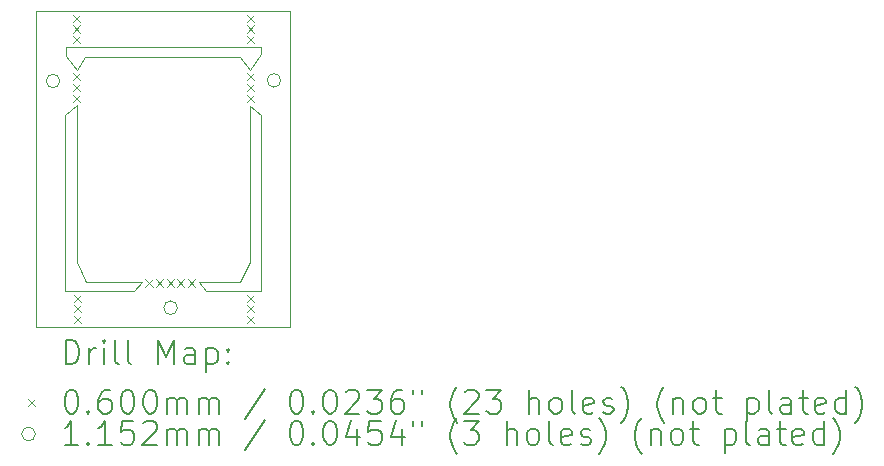
<source format=gbr>
%FSLAX45Y45*%
G04 Gerber Fmt 4.5, Leading zero omitted, Abs format (unit mm)*
G04 Created by KiCad (PCBNEW 6.0.2+dfsg-1) date 2024-05-15 15:08:56*
%MOMM*%
%LPD*%
G01*
G04 APERTURE LIST*
%TA.AperFunction,Profile*%
%ADD10C,0.100000*%
%TD*%
%ADD11C,0.200000*%
%ADD12C,0.060000*%
%ADD13C,0.115200*%
G04 APERTURE END LIST*
D10*
X12575000Y-9705000D02*
X12665000Y-9785000D01*
X12575000Y-11025000D02*
X12575000Y-9705000D01*
X11010000Y-9785000D02*
X11010000Y-11275000D01*
X11175000Y-9290000D02*
X11105000Y-9400000D01*
X10760000Y-11575000D02*
X12910000Y-11575000D01*
X12910000Y-11575000D02*
X12910000Y-8905000D01*
X12910000Y-8905000D02*
X10760000Y-8905000D01*
X10760000Y-8905000D02*
X10760000Y-11575000D01*
X11105000Y-9400000D02*
X11015000Y-9280000D01*
X12665000Y-11275000D02*
X12200000Y-11275000D01*
X12575000Y-9400000D02*
X12490000Y-9290000D01*
X12490000Y-11195000D02*
X12140000Y-11195000D01*
X11590000Y-11275000D02*
X11655000Y-11195000D01*
X11015000Y-9280000D02*
X11015000Y-9205000D01*
X12575000Y-9400000D02*
X12665000Y-9270000D01*
X11655000Y-11195000D02*
X11185000Y-11195000D01*
X11105000Y-9700000D02*
X11105000Y-11025000D01*
X12490000Y-11195000D02*
X12575000Y-11025000D01*
X11105000Y-11025000D02*
X11185000Y-11195000D01*
X11015000Y-9205000D02*
X12665000Y-9205000D01*
X12665000Y-9270000D02*
X12665000Y-9205000D01*
X12665000Y-9785000D02*
X12665000Y-11275000D01*
X12490000Y-9290000D02*
X11175000Y-9290000D01*
X11105000Y-9700000D02*
X11010000Y-9785000D01*
X11590000Y-11275000D02*
X11010000Y-11275000D01*
X12200000Y-11275000D02*
X12140000Y-11195000D01*
D11*
D12*
X11075000Y-8935000D02*
X11135000Y-8995000D01*
X11135000Y-8935000D02*
X11075000Y-8995000D01*
X11075000Y-9025000D02*
X11135000Y-9085000D01*
X11135000Y-9025000D02*
X11075000Y-9085000D01*
X11075000Y-9115000D02*
X11135000Y-9175000D01*
X11135000Y-9115000D02*
X11075000Y-9175000D01*
X11075000Y-9430000D02*
X11135000Y-9490000D01*
X11135000Y-9430000D02*
X11075000Y-9490000D01*
X11075000Y-9520000D02*
X11135000Y-9580000D01*
X11135000Y-9520000D02*
X11075000Y-9580000D01*
X11075000Y-9610000D02*
X11135000Y-9670000D01*
X11135000Y-9610000D02*
X11075000Y-9670000D01*
X11080000Y-11305000D02*
X11140000Y-11365000D01*
X11140000Y-11305000D02*
X11080000Y-11365000D01*
X11080000Y-11395000D02*
X11140000Y-11455000D01*
X11140000Y-11395000D02*
X11080000Y-11455000D01*
X11080000Y-11485000D02*
X11140000Y-11545000D01*
X11140000Y-11485000D02*
X11080000Y-11545000D01*
X11687000Y-11175000D02*
X11747000Y-11235000D01*
X11747000Y-11175000D02*
X11687000Y-11235000D01*
X11777000Y-11175000D02*
X11837000Y-11235000D01*
X11837000Y-11175000D02*
X11777000Y-11235000D01*
X11867000Y-11175000D02*
X11927000Y-11235000D01*
X11927000Y-11175000D02*
X11867000Y-11235000D01*
X11957000Y-11175000D02*
X12017000Y-11235000D01*
X12017000Y-11175000D02*
X11957000Y-11235000D01*
X12047000Y-11175000D02*
X12107000Y-11235000D01*
X12107000Y-11175000D02*
X12047000Y-11235000D01*
X12545000Y-8935000D02*
X12605000Y-8995000D01*
X12605000Y-8935000D02*
X12545000Y-8995000D01*
X12545000Y-9025000D02*
X12605000Y-9085000D01*
X12605000Y-9025000D02*
X12545000Y-9085000D01*
X12545000Y-9115000D02*
X12605000Y-9175000D01*
X12605000Y-9115000D02*
X12545000Y-9175000D01*
X12545000Y-9430000D02*
X12605000Y-9490000D01*
X12605000Y-9430000D02*
X12545000Y-9490000D01*
X12545000Y-9520000D02*
X12605000Y-9580000D01*
X12605000Y-9520000D02*
X12545000Y-9580000D01*
X12545000Y-9610000D02*
X12605000Y-9670000D01*
X12605000Y-9610000D02*
X12545000Y-9670000D01*
X12545000Y-11305000D02*
X12605000Y-11365000D01*
X12605000Y-11305000D02*
X12545000Y-11365000D01*
X12545000Y-11395000D02*
X12605000Y-11455000D01*
X12605000Y-11395000D02*
X12545000Y-11455000D01*
X12545000Y-11485000D02*
X12605000Y-11545000D01*
X12605000Y-11485000D02*
X12545000Y-11545000D01*
D13*
X10962600Y-9495000D02*
G75*
G03*
X10962600Y-9495000I-57600J0D01*
G01*
X11957600Y-11415000D02*
G75*
G03*
X11957600Y-11415000I-57600J0D01*
G01*
X12832600Y-9490000D02*
G75*
G03*
X12832600Y-9490000I-57600J0D01*
G01*
D11*
X11012619Y-11890476D02*
X11012619Y-11690476D01*
X11060238Y-11690476D01*
X11088810Y-11700000D01*
X11107857Y-11719048D01*
X11117381Y-11738095D01*
X11126905Y-11776190D01*
X11126905Y-11804762D01*
X11117381Y-11842857D01*
X11107857Y-11861905D01*
X11088810Y-11880952D01*
X11060238Y-11890476D01*
X11012619Y-11890476D01*
X11212619Y-11890476D02*
X11212619Y-11757143D01*
X11212619Y-11795238D02*
X11222143Y-11776190D01*
X11231667Y-11766667D01*
X11250714Y-11757143D01*
X11269762Y-11757143D01*
X11336428Y-11890476D02*
X11336428Y-11757143D01*
X11336428Y-11690476D02*
X11326905Y-11700000D01*
X11336428Y-11709524D01*
X11345952Y-11700000D01*
X11336428Y-11690476D01*
X11336428Y-11709524D01*
X11460238Y-11890476D02*
X11441190Y-11880952D01*
X11431667Y-11861905D01*
X11431667Y-11690476D01*
X11565000Y-11890476D02*
X11545952Y-11880952D01*
X11536428Y-11861905D01*
X11536428Y-11690476D01*
X11793571Y-11890476D02*
X11793571Y-11690476D01*
X11860238Y-11833333D01*
X11926905Y-11690476D01*
X11926905Y-11890476D01*
X12107857Y-11890476D02*
X12107857Y-11785714D01*
X12098333Y-11766667D01*
X12079286Y-11757143D01*
X12041190Y-11757143D01*
X12022143Y-11766667D01*
X12107857Y-11880952D02*
X12088809Y-11890476D01*
X12041190Y-11890476D01*
X12022143Y-11880952D01*
X12012619Y-11861905D01*
X12012619Y-11842857D01*
X12022143Y-11823809D01*
X12041190Y-11814286D01*
X12088809Y-11814286D01*
X12107857Y-11804762D01*
X12203095Y-11757143D02*
X12203095Y-11957143D01*
X12203095Y-11766667D02*
X12222143Y-11757143D01*
X12260238Y-11757143D01*
X12279286Y-11766667D01*
X12288809Y-11776190D01*
X12298333Y-11795238D01*
X12298333Y-11852381D01*
X12288809Y-11871428D01*
X12279286Y-11880952D01*
X12260238Y-11890476D01*
X12222143Y-11890476D01*
X12203095Y-11880952D01*
X12384048Y-11871428D02*
X12393571Y-11880952D01*
X12384048Y-11890476D01*
X12374524Y-11880952D01*
X12384048Y-11871428D01*
X12384048Y-11890476D01*
X12384048Y-11766667D02*
X12393571Y-11776190D01*
X12384048Y-11785714D01*
X12374524Y-11776190D01*
X12384048Y-11766667D01*
X12384048Y-11785714D01*
D12*
X10695000Y-12190000D02*
X10755000Y-12250000D01*
X10755000Y-12190000D02*
X10695000Y-12250000D01*
D11*
X11050714Y-12110476D02*
X11069762Y-12110476D01*
X11088810Y-12120000D01*
X11098333Y-12129524D01*
X11107857Y-12148571D01*
X11117381Y-12186667D01*
X11117381Y-12234286D01*
X11107857Y-12272381D01*
X11098333Y-12291428D01*
X11088810Y-12300952D01*
X11069762Y-12310476D01*
X11050714Y-12310476D01*
X11031667Y-12300952D01*
X11022143Y-12291428D01*
X11012619Y-12272381D01*
X11003095Y-12234286D01*
X11003095Y-12186667D01*
X11012619Y-12148571D01*
X11022143Y-12129524D01*
X11031667Y-12120000D01*
X11050714Y-12110476D01*
X11203095Y-12291428D02*
X11212619Y-12300952D01*
X11203095Y-12310476D01*
X11193571Y-12300952D01*
X11203095Y-12291428D01*
X11203095Y-12310476D01*
X11384048Y-12110476D02*
X11345952Y-12110476D01*
X11326905Y-12120000D01*
X11317381Y-12129524D01*
X11298333Y-12158095D01*
X11288809Y-12196190D01*
X11288809Y-12272381D01*
X11298333Y-12291428D01*
X11307857Y-12300952D01*
X11326905Y-12310476D01*
X11365000Y-12310476D01*
X11384048Y-12300952D01*
X11393571Y-12291428D01*
X11403095Y-12272381D01*
X11403095Y-12224762D01*
X11393571Y-12205714D01*
X11384048Y-12196190D01*
X11365000Y-12186667D01*
X11326905Y-12186667D01*
X11307857Y-12196190D01*
X11298333Y-12205714D01*
X11288809Y-12224762D01*
X11526905Y-12110476D02*
X11545952Y-12110476D01*
X11565000Y-12120000D01*
X11574524Y-12129524D01*
X11584048Y-12148571D01*
X11593571Y-12186667D01*
X11593571Y-12234286D01*
X11584048Y-12272381D01*
X11574524Y-12291428D01*
X11565000Y-12300952D01*
X11545952Y-12310476D01*
X11526905Y-12310476D01*
X11507857Y-12300952D01*
X11498333Y-12291428D01*
X11488809Y-12272381D01*
X11479286Y-12234286D01*
X11479286Y-12186667D01*
X11488809Y-12148571D01*
X11498333Y-12129524D01*
X11507857Y-12120000D01*
X11526905Y-12110476D01*
X11717381Y-12110476D02*
X11736428Y-12110476D01*
X11755476Y-12120000D01*
X11765000Y-12129524D01*
X11774524Y-12148571D01*
X11784048Y-12186667D01*
X11784048Y-12234286D01*
X11774524Y-12272381D01*
X11765000Y-12291428D01*
X11755476Y-12300952D01*
X11736428Y-12310476D01*
X11717381Y-12310476D01*
X11698333Y-12300952D01*
X11688809Y-12291428D01*
X11679286Y-12272381D01*
X11669762Y-12234286D01*
X11669762Y-12186667D01*
X11679286Y-12148571D01*
X11688809Y-12129524D01*
X11698333Y-12120000D01*
X11717381Y-12110476D01*
X11869762Y-12310476D02*
X11869762Y-12177143D01*
X11869762Y-12196190D02*
X11879286Y-12186667D01*
X11898333Y-12177143D01*
X11926905Y-12177143D01*
X11945952Y-12186667D01*
X11955476Y-12205714D01*
X11955476Y-12310476D01*
X11955476Y-12205714D02*
X11965000Y-12186667D01*
X11984048Y-12177143D01*
X12012619Y-12177143D01*
X12031667Y-12186667D01*
X12041190Y-12205714D01*
X12041190Y-12310476D01*
X12136428Y-12310476D02*
X12136428Y-12177143D01*
X12136428Y-12196190D02*
X12145952Y-12186667D01*
X12165000Y-12177143D01*
X12193571Y-12177143D01*
X12212619Y-12186667D01*
X12222143Y-12205714D01*
X12222143Y-12310476D01*
X12222143Y-12205714D02*
X12231667Y-12186667D01*
X12250714Y-12177143D01*
X12279286Y-12177143D01*
X12298333Y-12186667D01*
X12307857Y-12205714D01*
X12307857Y-12310476D01*
X12698333Y-12100952D02*
X12526905Y-12358095D01*
X12955476Y-12110476D02*
X12974524Y-12110476D01*
X12993571Y-12120000D01*
X13003095Y-12129524D01*
X13012619Y-12148571D01*
X13022143Y-12186667D01*
X13022143Y-12234286D01*
X13012619Y-12272381D01*
X13003095Y-12291428D01*
X12993571Y-12300952D01*
X12974524Y-12310476D01*
X12955476Y-12310476D01*
X12936428Y-12300952D01*
X12926905Y-12291428D01*
X12917381Y-12272381D01*
X12907857Y-12234286D01*
X12907857Y-12186667D01*
X12917381Y-12148571D01*
X12926905Y-12129524D01*
X12936428Y-12120000D01*
X12955476Y-12110476D01*
X13107857Y-12291428D02*
X13117381Y-12300952D01*
X13107857Y-12310476D01*
X13098333Y-12300952D01*
X13107857Y-12291428D01*
X13107857Y-12310476D01*
X13241190Y-12110476D02*
X13260238Y-12110476D01*
X13279286Y-12120000D01*
X13288809Y-12129524D01*
X13298333Y-12148571D01*
X13307857Y-12186667D01*
X13307857Y-12234286D01*
X13298333Y-12272381D01*
X13288809Y-12291428D01*
X13279286Y-12300952D01*
X13260238Y-12310476D01*
X13241190Y-12310476D01*
X13222143Y-12300952D01*
X13212619Y-12291428D01*
X13203095Y-12272381D01*
X13193571Y-12234286D01*
X13193571Y-12186667D01*
X13203095Y-12148571D01*
X13212619Y-12129524D01*
X13222143Y-12120000D01*
X13241190Y-12110476D01*
X13384048Y-12129524D02*
X13393571Y-12120000D01*
X13412619Y-12110476D01*
X13460238Y-12110476D01*
X13479286Y-12120000D01*
X13488809Y-12129524D01*
X13498333Y-12148571D01*
X13498333Y-12167619D01*
X13488809Y-12196190D01*
X13374524Y-12310476D01*
X13498333Y-12310476D01*
X13565000Y-12110476D02*
X13688809Y-12110476D01*
X13622143Y-12186667D01*
X13650714Y-12186667D01*
X13669762Y-12196190D01*
X13679286Y-12205714D01*
X13688809Y-12224762D01*
X13688809Y-12272381D01*
X13679286Y-12291428D01*
X13669762Y-12300952D01*
X13650714Y-12310476D01*
X13593571Y-12310476D01*
X13574524Y-12300952D01*
X13565000Y-12291428D01*
X13860238Y-12110476D02*
X13822143Y-12110476D01*
X13803095Y-12120000D01*
X13793571Y-12129524D01*
X13774524Y-12158095D01*
X13765000Y-12196190D01*
X13765000Y-12272381D01*
X13774524Y-12291428D01*
X13784048Y-12300952D01*
X13803095Y-12310476D01*
X13841190Y-12310476D01*
X13860238Y-12300952D01*
X13869762Y-12291428D01*
X13879286Y-12272381D01*
X13879286Y-12224762D01*
X13869762Y-12205714D01*
X13860238Y-12196190D01*
X13841190Y-12186667D01*
X13803095Y-12186667D01*
X13784048Y-12196190D01*
X13774524Y-12205714D01*
X13765000Y-12224762D01*
X13955476Y-12110476D02*
X13955476Y-12148571D01*
X14031667Y-12110476D02*
X14031667Y-12148571D01*
X14326905Y-12386667D02*
X14317381Y-12377143D01*
X14298333Y-12348571D01*
X14288809Y-12329524D01*
X14279286Y-12300952D01*
X14269762Y-12253333D01*
X14269762Y-12215238D01*
X14279286Y-12167619D01*
X14288809Y-12139048D01*
X14298333Y-12120000D01*
X14317381Y-12091428D01*
X14326905Y-12081905D01*
X14393571Y-12129524D02*
X14403095Y-12120000D01*
X14422143Y-12110476D01*
X14469762Y-12110476D01*
X14488809Y-12120000D01*
X14498333Y-12129524D01*
X14507857Y-12148571D01*
X14507857Y-12167619D01*
X14498333Y-12196190D01*
X14384048Y-12310476D01*
X14507857Y-12310476D01*
X14574524Y-12110476D02*
X14698333Y-12110476D01*
X14631667Y-12186667D01*
X14660238Y-12186667D01*
X14679286Y-12196190D01*
X14688809Y-12205714D01*
X14698333Y-12224762D01*
X14698333Y-12272381D01*
X14688809Y-12291428D01*
X14679286Y-12300952D01*
X14660238Y-12310476D01*
X14603095Y-12310476D01*
X14584048Y-12300952D01*
X14574524Y-12291428D01*
X14936428Y-12310476D02*
X14936428Y-12110476D01*
X15022143Y-12310476D02*
X15022143Y-12205714D01*
X15012619Y-12186667D01*
X14993571Y-12177143D01*
X14965000Y-12177143D01*
X14945952Y-12186667D01*
X14936428Y-12196190D01*
X15145952Y-12310476D02*
X15126905Y-12300952D01*
X15117381Y-12291428D01*
X15107857Y-12272381D01*
X15107857Y-12215238D01*
X15117381Y-12196190D01*
X15126905Y-12186667D01*
X15145952Y-12177143D01*
X15174524Y-12177143D01*
X15193571Y-12186667D01*
X15203095Y-12196190D01*
X15212619Y-12215238D01*
X15212619Y-12272381D01*
X15203095Y-12291428D01*
X15193571Y-12300952D01*
X15174524Y-12310476D01*
X15145952Y-12310476D01*
X15326905Y-12310476D02*
X15307857Y-12300952D01*
X15298333Y-12281905D01*
X15298333Y-12110476D01*
X15479286Y-12300952D02*
X15460238Y-12310476D01*
X15422143Y-12310476D01*
X15403095Y-12300952D01*
X15393571Y-12281905D01*
X15393571Y-12205714D01*
X15403095Y-12186667D01*
X15422143Y-12177143D01*
X15460238Y-12177143D01*
X15479286Y-12186667D01*
X15488809Y-12205714D01*
X15488809Y-12224762D01*
X15393571Y-12243809D01*
X15565000Y-12300952D02*
X15584048Y-12310476D01*
X15622143Y-12310476D01*
X15641190Y-12300952D01*
X15650714Y-12281905D01*
X15650714Y-12272381D01*
X15641190Y-12253333D01*
X15622143Y-12243809D01*
X15593571Y-12243809D01*
X15574524Y-12234286D01*
X15565000Y-12215238D01*
X15565000Y-12205714D01*
X15574524Y-12186667D01*
X15593571Y-12177143D01*
X15622143Y-12177143D01*
X15641190Y-12186667D01*
X15717381Y-12386667D02*
X15726905Y-12377143D01*
X15745952Y-12348571D01*
X15755476Y-12329524D01*
X15765000Y-12300952D01*
X15774524Y-12253333D01*
X15774524Y-12215238D01*
X15765000Y-12167619D01*
X15755476Y-12139048D01*
X15745952Y-12120000D01*
X15726905Y-12091428D01*
X15717381Y-12081905D01*
X16079286Y-12386667D02*
X16069762Y-12377143D01*
X16050714Y-12348571D01*
X16041190Y-12329524D01*
X16031667Y-12300952D01*
X16022143Y-12253333D01*
X16022143Y-12215238D01*
X16031667Y-12167619D01*
X16041190Y-12139048D01*
X16050714Y-12120000D01*
X16069762Y-12091428D01*
X16079286Y-12081905D01*
X16155476Y-12177143D02*
X16155476Y-12310476D01*
X16155476Y-12196190D02*
X16165000Y-12186667D01*
X16184048Y-12177143D01*
X16212619Y-12177143D01*
X16231667Y-12186667D01*
X16241190Y-12205714D01*
X16241190Y-12310476D01*
X16365000Y-12310476D02*
X16345952Y-12300952D01*
X16336428Y-12291428D01*
X16326905Y-12272381D01*
X16326905Y-12215238D01*
X16336428Y-12196190D01*
X16345952Y-12186667D01*
X16365000Y-12177143D01*
X16393571Y-12177143D01*
X16412619Y-12186667D01*
X16422143Y-12196190D01*
X16431667Y-12215238D01*
X16431667Y-12272381D01*
X16422143Y-12291428D01*
X16412619Y-12300952D01*
X16393571Y-12310476D01*
X16365000Y-12310476D01*
X16488809Y-12177143D02*
X16565000Y-12177143D01*
X16517381Y-12110476D02*
X16517381Y-12281905D01*
X16526905Y-12300952D01*
X16545952Y-12310476D01*
X16565000Y-12310476D01*
X16784048Y-12177143D02*
X16784048Y-12377143D01*
X16784048Y-12186667D02*
X16803095Y-12177143D01*
X16841190Y-12177143D01*
X16860238Y-12186667D01*
X16869762Y-12196190D01*
X16879286Y-12215238D01*
X16879286Y-12272381D01*
X16869762Y-12291428D01*
X16860238Y-12300952D01*
X16841190Y-12310476D01*
X16803095Y-12310476D01*
X16784048Y-12300952D01*
X16993571Y-12310476D02*
X16974524Y-12300952D01*
X16965000Y-12281905D01*
X16965000Y-12110476D01*
X17155476Y-12310476D02*
X17155476Y-12205714D01*
X17145952Y-12186667D01*
X17126905Y-12177143D01*
X17088810Y-12177143D01*
X17069762Y-12186667D01*
X17155476Y-12300952D02*
X17136429Y-12310476D01*
X17088810Y-12310476D01*
X17069762Y-12300952D01*
X17060238Y-12281905D01*
X17060238Y-12262857D01*
X17069762Y-12243809D01*
X17088810Y-12234286D01*
X17136429Y-12234286D01*
X17155476Y-12224762D01*
X17222143Y-12177143D02*
X17298333Y-12177143D01*
X17250714Y-12110476D02*
X17250714Y-12281905D01*
X17260238Y-12300952D01*
X17279286Y-12310476D01*
X17298333Y-12310476D01*
X17441190Y-12300952D02*
X17422143Y-12310476D01*
X17384048Y-12310476D01*
X17365000Y-12300952D01*
X17355476Y-12281905D01*
X17355476Y-12205714D01*
X17365000Y-12186667D01*
X17384048Y-12177143D01*
X17422143Y-12177143D01*
X17441190Y-12186667D01*
X17450714Y-12205714D01*
X17450714Y-12224762D01*
X17355476Y-12243809D01*
X17622143Y-12310476D02*
X17622143Y-12110476D01*
X17622143Y-12300952D02*
X17603095Y-12310476D01*
X17565000Y-12310476D01*
X17545952Y-12300952D01*
X17536429Y-12291428D01*
X17526905Y-12272381D01*
X17526905Y-12215238D01*
X17536429Y-12196190D01*
X17545952Y-12186667D01*
X17565000Y-12177143D01*
X17603095Y-12177143D01*
X17622143Y-12186667D01*
X17698333Y-12386667D02*
X17707857Y-12377143D01*
X17726905Y-12348571D01*
X17736429Y-12329524D01*
X17745952Y-12300952D01*
X17755476Y-12253333D01*
X17755476Y-12215238D01*
X17745952Y-12167619D01*
X17736429Y-12139048D01*
X17726905Y-12120000D01*
X17707857Y-12091428D01*
X17698333Y-12081905D01*
D13*
X10755000Y-12484000D02*
G75*
G03*
X10755000Y-12484000I-57600J0D01*
G01*
D11*
X11117381Y-12574476D02*
X11003095Y-12574476D01*
X11060238Y-12574476D02*
X11060238Y-12374476D01*
X11041190Y-12403048D01*
X11022143Y-12422095D01*
X11003095Y-12431619D01*
X11203095Y-12555428D02*
X11212619Y-12564952D01*
X11203095Y-12574476D01*
X11193571Y-12564952D01*
X11203095Y-12555428D01*
X11203095Y-12574476D01*
X11403095Y-12574476D02*
X11288809Y-12574476D01*
X11345952Y-12574476D02*
X11345952Y-12374476D01*
X11326905Y-12403048D01*
X11307857Y-12422095D01*
X11288809Y-12431619D01*
X11584048Y-12374476D02*
X11488809Y-12374476D01*
X11479286Y-12469714D01*
X11488809Y-12460190D01*
X11507857Y-12450667D01*
X11555476Y-12450667D01*
X11574524Y-12460190D01*
X11584048Y-12469714D01*
X11593571Y-12488762D01*
X11593571Y-12536381D01*
X11584048Y-12555428D01*
X11574524Y-12564952D01*
X11555476Y-12574476D01*
X11507857Y-12574476D01*
X11488809Y-12564952D01*
X11479286Y-12555428D01*
X11669762Y-12393524D02*
X11679286Y-12384000D01*
X11698333Y-12374476D01*
X11745952Y-12374476D01*
X11765000Y-12384000D01*
X11774524Y-12393524D01*
X11784048Y-12412571D01*
X11784048Y-12431619D01*
X11774524Y-12460190D01*
X11660238Y-12574476D01*
X11784048Y-12574476D01*
X11869762Y-12574476D02*
X11869762Y-12441143D01*
X11869762Y-12460190D02*
X11879286Y-12450667D01*
X11898333Y-12441143D01*
X11926905Y-12441143D01*
X11945952Y-12450667D01*
X11955476Y-12469714D01*
X11955476Y-12574476D01*
X11955476Y-12469714D02*
X11965000Y-12450667D01*
X11984048Y-12441143D01*
X12012619Y-12441143D01*
X12031667Y-12450667D01*
X12041190Y-12469714D01*
X12041190Y-12574476D01*
X12136428Y-12574476D02*
X12136428Y-12441143D01*
X12136428Y-12460190D02*
X12145952Y-12450667D01*
X12165000Y-12441143D01*
X12193571Y-12441143D01*
X12212619Y-12450667D01*
X12222143Y-12469714D01*
X12222143Y-12574476D01*
X12222143Y-12469714D02*
X12231667Y-12450667D01*
X12250714Y-12441143D01*
X12279286Y-12441143D01*
X12298333Y-12450667D01*
X12307857Y-12469714D01*
X12307857Y-12574476D01*
X12698333Y-12364952D02*
X12526905Y-12622095D01*
X12955476Y-12374476D02*
X12974524Y-12374476D01*
X12993571Y-12384000D01*
X13003095Y-12393524D01*
X13012619Y-12412571D01*
X13022143Y-12450667D01*
X13022143Y-12498286D01*
X13012619Y-12536381D01*
X13003095Y-12555428D01*
X12993571Y-12564952D01*
X12974524Y-12574476D01*
X12955476Y-12574476D01*
X12936428Y-12564952D01*
X12926905Y-12555428D01*
X12917381Y-12536381D01*
X12907857Y-12498286D01*
X12907857Y-12450667D01*
X12917381Y-12412571D01*
X12926905Y-12393524D01*
X12936428Y-12384000D01*
X12955476Y-12374476D01*
X13107857Y-12555428D02*
X13117381Y-12564952D01*
X13107857Y-12574476D01*
X13098333Y-12564952D01*
X13107857Y-12555428D01*
X13107857Y-12574476D01*
X13241190Y-12374476D02*
X13260238Y-12374476D01*
X13279286Y-12384000D01*
X13288809Y-12393524D01*
X13298333Y-12412571D01*
X13307857Y-12450667D01*
X13307857Y-12498286D01*
X13298333Y-12536381D01*
X13288809Y-12555428D01*
X13279286Y-12564952D01*
X13260238Y-12574476D01*
X13241190Y-12574476D01*
X13222143Y-12564952D01*
X13212619Y-12555428D01*
X13203095Y-12536381D01*
X13193571Y-12498286D01*
X13193571Y-12450667D01*
X13203095Y-12412571D01*
X13212619Y-12393524D01*
X13222143Y-12384000D01*
X13241190Y-12374476D01*
X13479286Y-12441143D02*
X13479286Y-12574476D01*
X13431667Y-12364952D02*
X13384048Y-12507809D01*
X13507857Y-12507809D01*
X13679286Y-12374476D02*
X13584048Y-12374476D01*
X13574524Y-12469714D01*
X13584048Y-12460190D01*
X13603095Y-12450667D01*
X13650714Y-12450667D01*
X13669762Y-12460190D01*
X13679286Y-12469714D01*
X13688809Y-12488762D01*
X13688809Y-12536381D01*
X13679286Y-12555428D01*
X13669762Y-12564952D01*
X13650714Y-12574476D01*
X13603095Y-12574476D01*
X13584048Y-12564952D01*
X13574524Y-12555428D01*
X13860238Y-12441143D02*
X13860238Y-12574476D01*
X13812619Y-12364952D02*
X13765000Y-12507809D01*
X13888809Y-12507809D01*
X13955476Y-12374476D02*
X13955476Y-12412571D01*
X14031667Y-12374476D02*
X14031667Y-12412571D01*
X14326905Y-12650667D02*
X14317381Y-12641143D01*
X14298333Y-12612571D01*
X14288809Y-12593524D01*
X14279286Y-12564952D01*
X14269762Y-12517333D01*
X14269762Y-12479238D01*
X14279286Y-12431619D01*
X14288809Y-12403048D01*
X14298333Y-12384000D01*
X14317381Y-12355428D01*
X14326905Y-12345905D01*
X14384048Y-12374476D02*
X14507857Y-12374476D01*
X14441190Y-12450667D01*
X14469762Y-12450667D01*
X14488809Y-12460190D01*
X14498333Y-12469714D01*
X14507857Y-12488762D01*
X14507857Y-12536381D01*
X14498333Y-12555428D01*
X14488809Y-12564952D01*
X14469762Y-12574476D01*
X14412619Y-12574476D01*
X14393571Y-12564952D01*
X14384048Y-12555428D01*
X14745952Y-12574476D02*
X14745952Y-12374476D01*
X14831667Y-12574476D02*
X14831667Y-12469714D01*
X14822143Y-12450667D01*
X14803095Y-12441143D01*
X14774524Y-12441143D01*
X14755476Y-12450667D01*
X14745952Y-12460190D01*
X14955476Y-12574476D02*
X14936428Y-12564952D01*
X14926905Y-12555428D01*
X14917381Y-12536381D01*
X14917381Y-12479238D01*
X14926905Y-12460190D01*
X14936428Y-12450667D01*
X14955476Y-12441143D01*
X14984048Y-12441143D01*
X15003095Y-12450667D01*
X15012619Y-12460190D01*
X15022143Y-12479238D01*
X15022143Y-12536381D01*
X15012619Y-12555428D01*
X15003095Y-12564952D01*
X14984048Y-12574476D01*
X14955476Y-12574476D01*
X15136428Y-12574476D02*
X15117381Y-12564952D01*
X15107857Y-12545905D01*
X15107857Y-12374476D01*
X15288809Y-12564952D02*
X15269762Y-12574476D01*
X15231667Y-12574476D01*
X15212619Y-12564952D01*
X15203095Y-12545905D01*
X15203095Y-12469714D01*
X15212619Y-12450667D01*
X15231667Y-12441143D01*
X15269762Y-12441143D01*
X15288809Y-12450667D01*
X15298333Y-12469714D01*
X15298333Y-12488762D01*
X15203095Y-12507809D01*
X15374524Y-12564952D02*
X15393571Y-12574476D01*
X15431667Y-12574476D01*
X15450714Y-12564952D01*
X15460238Y-12545905D01*
X15460238Y-12536381D01*
X15450714Y-12517333D01*
X15431667Y-12507809D01*
X15403095Y-12507809D01*
X15384048Y-12498286D01*
X15374524Y-12479238D01*
X15374524Y-12469714D01*
X15384048Y-12450667D01*
X15403095Y-12441143D01*
X15431667Y-12441143D01*
X15450714Y-12450667D01*
X15526905Y-12650667D02*
X15536428Y-12641143D01*
X15555476Y-12612571D01*
X15565000Y-12593524D01*
X15574524Y-12564952D01*
X15584048Y-12517333D01*
X15584048Y-12479238D01*
X15574524Y-12431619D01*
X15565000Y-12403048D01*
X15555476Y-12384000D01*
X15536428Y-12355428D01*
X15526905Y-12345905D01*
X15888809Y-12650667D02*
X15879286Y-12641143D01*
X15860238Y-12612571D01*
X15850714Y-12593524D01*
X15841190Y-12564952D01*
X15831667Y-12517333D01*
X15831667Y-12479238D01*
X15841190Y-12431619D01*
X15850714Y-12403048D01*
X15860238Y-12384000D01*
X15879286Y-12355428D01*
X15888809Y-12345905D01*
X15965000Y-12441143D02*
X15965000Y-12574476D01*
X15965000Y-12460190D02*
X15974524Y-12450667D01*
X15993571Y-12441143D01*
X16022143Y-12441143D01*
X16041190Y-12450667D01*
X16050714Y-12469714D01*
X16050714Y-12574476D01*
X16174524Y-12574476D02*
X16155476Y-12564952D01*
X16145952Y-12555428D01*
X16136428Y-12536381D01*
X16136428Y-12479238D01*
X16145952Y-12460190D01*
X16155476Y-12450667D01*
X16174524Y-12441143D01*
X16203095Y-12441143D01*
X16222143Y-12450667D01*
X16231667Y-12460190D01*
X16241190Y-12479238D01*
X16241190Y-12536381D01*
X16231667Y-12555428D01*
X16222143Y-12564952D01*
X16203095Y-12574476D01*
X16174524Y-12574476D01*
X16298333Y-12441143D02*
X16374524Y-12441143D01*
X16326905Y-12374476D02*
X16326905Y-12545905D01*
X16336428Y-12564952D01*
X16355476Y-12574476D01*
X16374524Y-12574476D01*
X16593571Y-12441143D02*
X16593571Y-12641143D01*
X16593571Y-12450667D02*
X16612619Y-12441143D01*
X16650714Y-12441143D01*
X16669762Y-12450667D01*
X16679286Y-12460190D01*
X16688809Y-12479238D01*
X16688809Y-12536381D01*
X16679286Y-12555428D01*
X16669762Y-12564952D01*
X16650714Y-12574476D01*
X16612619Y-12574476D01*
X16593571Y-12564952D01*
X16803095Y-12574476D02*
X16784048Y-12564952D01*
X16774524Y-12545905D01*
X16774524Y-12374476D01*
X16965000Y-12574476D02*
X16965000Y-12469714D01*
X16955476Y-12450667D01*
X16936429Y-12441143D01*
X16898333Y-12441143D01*
X16879286Y-12450667D01*
X16965000Y-12564952D02*
X16945952Y-12574476D01*
X16898333Y-12574476D01*
X16879286Y-12564952D01*
X16869762Y-12545905D01*
X16869762Y-12526857D01*
X16879286Y-12507809D01*
X16898333Y-12498286D01*
X16945952Y-12498286D01*
X16965000Y-12488762D01*
X17031667Y-12441143D02*
X17107857Y-12441143D01*
X17060238Y-12374476D02*
X17060238Y-12545905D01*
X17069762Y-12564952D01*
X17088810Y-12574476D01*
X17107857Y-12574476D01*
X17250714Y-12564952D02*
X17231667Y-12574476D01*
X17193571Y-12574476D01*
X17174524Y-12564952D01*
X17165000Y-12545905D01*
X17165000Y-12469714D01*
X17174524Y-12450667D01*
X17193571Y-12441143D01*
X17231667Y-12441143D01*
X17250714Y-12450667D01*
X17260238Y-12469714D01*
X17260238Y-12488762D01*
X17165000Y-12507809D01*
X17431667Y-12574476D02*
X17431667Y-12374476D01*
X17431667Y-12564952D02*
X17412619Y-12574476D01*
X17374524Y-12574476D01*
X17355476Y-12564952D01*
X17345952Y-12555428D01*
X17336429Y-12536381D01*
X17336429Y-12479238D01*
X17345952Y-12460190D01*
X17355476Y-12450667D01*
X17374524Y-12441143D01*
X17412619Y-12441143D01*
X17431667Y-12450667D01*
X17507857Y-12650667D02*
X17517381Y-12641143D01*
X17536429Y-12612571D01*
X17545952Y-12593524D01*
X17555476Y-12564952D01*
X17565000Y-12517333D01*
X17565000Y-12479238D01*
X17555476Y-12431619D01*
X17545952Y-12403048D01*
X17536429Y-12384000D01*
X17517381Y-12355428D01*
X17507857Y-12345905D01*
M02*

</source>
